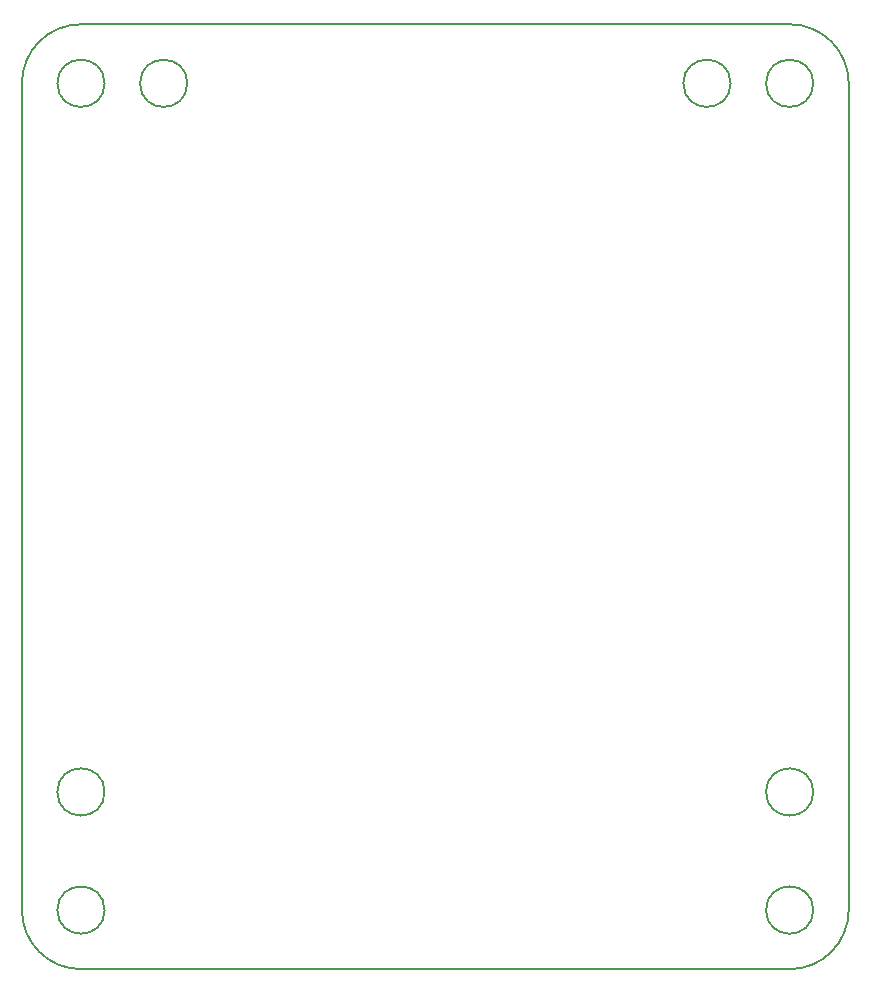
<source format=gbr>
G04 #@! TF.GenerationSoftware,KiCad,Pcbnew,(5.1.4-0)*
G04 #@! TF.CreationDate,2021-02-17T16:02:49+01:00*
G04 #@! TF.ProjectId,cooling control unit,636f6f6c-696e-4672-9063-6f6e74726f6c,rev?*
G04 #@! TF.SameCoordinates,Original*
G04 #@! TF.FileFunction,Profile,NP*
%FSLAX46Y46*%
G04 Gerber Fmt 4.6, Leading zero omitted, Abs format (unit mm)*
G04 Created by KiCad (PCBNEW (5.1.4-0)) date 2021-02-17 16:02:49*
%MOMM*%
%LPD*%
G04 APERTURE LIST*
%ADD10C,0.200000*%
G04 APERTURE END LIST*
D10*
X107000000Y-125000000D02*
G75*
G03X107000000Y-125000000I-2000000J0D01*
G01*
X167000000Y-125000000D02*
G75*
G03X167000000Y-125000000I-2000000J0D01*
G01*
X107000000Y-55000000D02*
G75*
G03X107000000Y-55000000I-2000000J0D01*
G01*
X170000000Y-125000000D02*
G75*
G02X165000000Y-130000000I-5000000J0D01*
G01*
X114000000Y-55000000D02*
G75*
G03X114000000Y-55000000I-2000000J0D01*
G01*
X160000000Y-55000000D02*
G75*
G03X160000000Y-55000000I-2000000J0D01*
G01*
X167000000Y-55000000D02*
G75*
G03X167000000Y-55000000I-2000000J0D01*
G01*
X170000000Y-55000000D02*
X170000000Y-125000000D01*
X107000000Y-115000000D02*
G75*
G03X107000000Y-115000000I-2000000J0D01*
G01*
X167000000Y-115000000D02*
G75*
G03X167000000Y-115000000I-2000000J0D01*
G01*
X100000000Y-125000000D02*
X100000000Y-55000000D01*
X104999999Y-130000001D02*
G75*
G02X100000000Y-125000000I1J5000000D01*
G01*
X165000000Y-130000000D02*
X105000000Y-130000000D01*
X165000000Y-50000000D02*
G75*
G02X170000000Y-55000000I0J-5000000D01*
G01*
X105000000Y-50000000D02*
X165000000Y-50000000D01*
X100000000Y-55000000D02*
G75*
G02X105000000Y-50000000I5000000J0D01*
G01*
M02*

</source>
